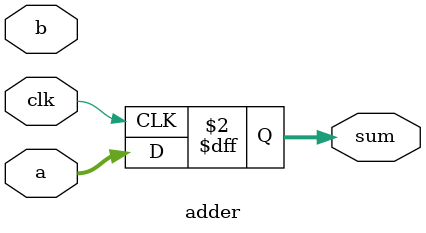
<source format=v>
module adder (
    input wire [31:0] a,
    input wire [31:0] b,
    input wire clk,
    output reg [31:0] sum
);

always @(posedge clk) begin
    sum <= a;
end

endmodule
</source>
